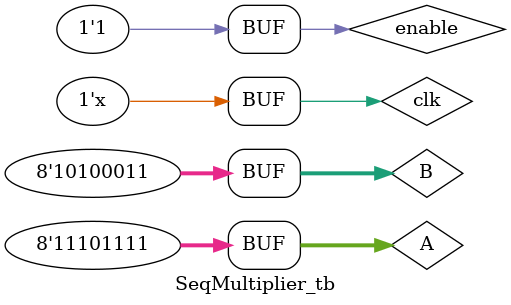
<source format=v>
`timescale 1ns / 1ps


module SeqMultiplier_tb();

// CLK 100MHz
reg clk = 1;
always #5 clk = ~clk;

// I/O & Signal
reg enable = 1'b0;
reg  [ 8-1: 0] A = 8'b0;
reg  [ 8-1: 0] B = 8'b0;
wire [16-1: 0] C;

SeqMultiplier testUnit(
    .clk(clk),
    .enable(enable),
    .A(A),
    .B(B),
    .C(C)
);

initial begin
    #20
    A = 8'd239;
    B = 8'd163;
    #40
    enable = 1'b1;
    
end

endmodule

</source>
